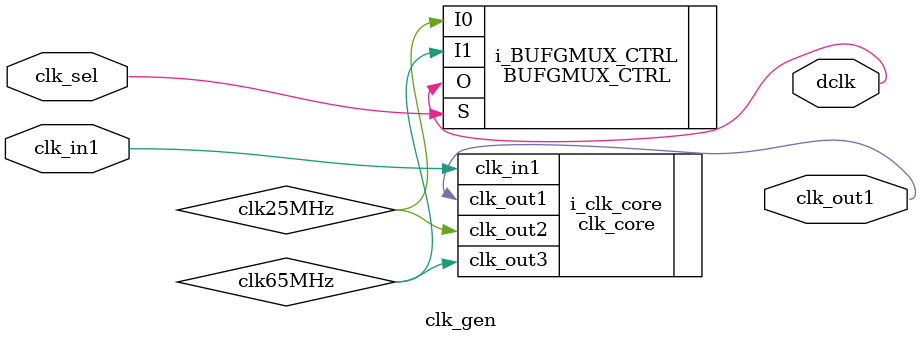
<source format=sv>

module clk_gen(
    input   logic       clk_in1,      //system clock 100MHz
    input   logic       clk_sel,        //clock select
    output  logic       clk_out1,       //100MHz
    output  logic       dclk    );      //display clock  25MHz or 65MHz

//internal signal declare
logic   clk25MHz;
logic   clk65MHz;


// MMCM instance
clk_core i_clk_core   (
    // Clock out ports
    .clk_out1(clk_out1),     // output clk_out1 100MHz
    .clk_out2(clk25MHz),     // output clk_out2 25MHz
    .clk_out3(clk65MHz),     // output clk_out3 65MHz
   // Clock in ports
    .clk_in1(clk_in1)      // input clk_in1
);

//clock select BUFG
BUFGMUX_CTRL i_BUFGMUX_CTRL (
    .O(dclk),   // 1-bit output: Clock output
    .I0(clk25MHz), // 1-bit input: Clock input (S=0)
    .I1(clk65MHz), // 1-bit input: Clock input (S=1)
    .S(clk_sel)    // 1-bit input: Clock select
);
    
endmodule 

</source>
